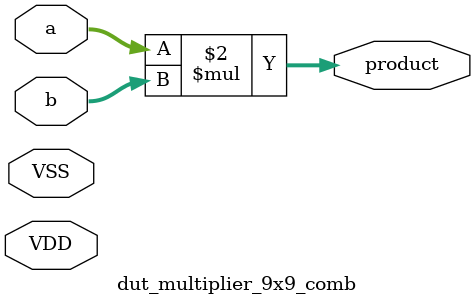
<source format=sv>
module dut_multiplier_9x9_comb (
  input logic [8:0] a,
  input logic [8:0] b,
  output logic [17:0] product,
  input logic                               VDD,
  input logic                               VSS
);

 always_comb product = a*b;


endmodule

</source>
